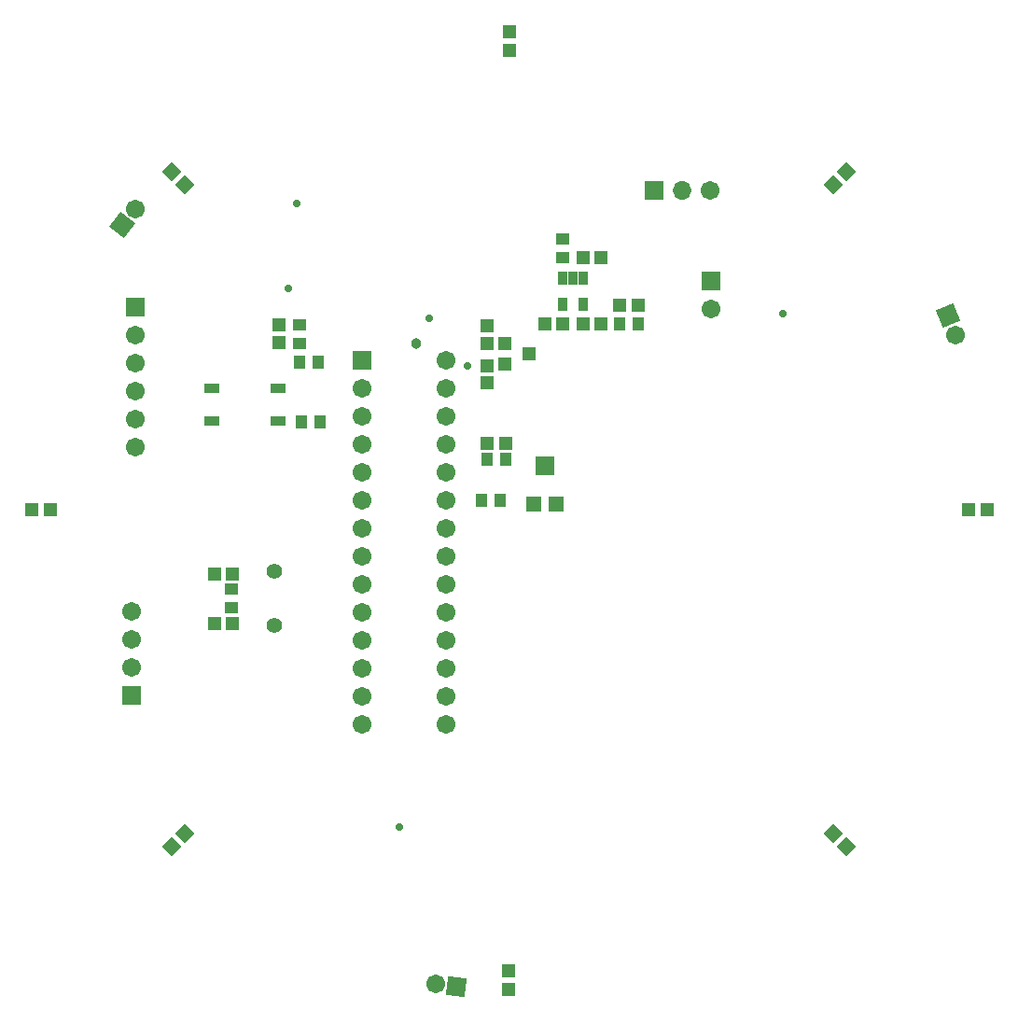
<source format=gts>
G04 Layer_Color=8388736*
%FSLAX25Y25*%
%MOIN*%
G70*
G01*
G75*
%ADD44R,0.05524X0.05524*%
%ADD45R,0.07099X0.06706*%
%ADD46R,0.04343X0.04737*%
%ADD47R,0.05524X0.03556*%
%ADD48R,0.05131X0.04737*%
%ADD49R,0.04737X0.04343*%
%ADD50R,0.04737X0.04737*%
%ADD51R,0.03359X0.05131*%
%ADD52R,0.04737X0.04737*%
G04:AMPARAMS|DCode=53|XSize=47.37mil|YSize=51.31mil|CornerRadius=0mil|HoleSize=0mil|Usage=FLASHONLY|Rotation=135.000|XOffset=0mil|YOffset=0mil|HoleType=Round|Shape=Rectangle|*
%AMROTATEDRECTD53*
4,1,4,0.03489,0.00139,-0.00139,-0.03489,-0.03489,-0.00139,0.00139,0.03489,0.03489,0.00139,0.0*
%
%ADD53ROTATEDRECTD53*%

%ADD54R,0.04737X0.05131*%
G04:AMPARAMS|DCode=55|XSize=47.37mil|YSize=51.31mil|CornerRadius=0mil|HoleSize=0mil|Usage=FLASHONLY|Rotation=225.000|XOffset=0mil|YOffset=0mil|HoleType=Round|Shape=Rectangle|*
%AMROTATEDRECTD55*
4,1,4,-0.00139,0.03489,0.03489,-0.00139,0.00139,-0.03489,-0.03489,0.00139,-0.00139,0.03489,0.0*
%
%ADD55ROTATEDRECTD55*%

%ADD56R,0.04737X0.04540*%
%ADD57P,0.09483X4X217.5*%
%ADD58C,0.06706*%
%ADD59P,0.09483X4X337.5*%
%ADD60P,0.09483X4X97.5*%
%ADD61R,0.06706X0.06706*%
%ADD62O,0.06745X0.06706*%
%ADD63R,0.06706X0.06706*%
%ADD64C,0.05524*%
%ADD65C,0.03800*%
%ADD66C,0.02769*%
D44*
X8858Y1969D02*
D03*
X16732D02*
D03*
D45*
X12795Y15551D02*
D03*
D46*
X-10039Y3150D02*
D03*
X-3347D02*
D03*
X-1181Y17717D02*
D03*
X-7874D02*
D03*
X46260Y66142D02*
D03*
X39567D02*
D03*
X-68307Y52559D02*
D03*
X-75000D02*
D03*
X-74213Y31299D02*
D03*
X-67520D02*
D03*
D47*
X-82480Y43307D02*
D03*
X-106102D02*
D03*
Y31496D02*
D03*
X-82480D02*
D03*
D48*
X-7874Y23425D02*
D03*
X-1181D02*
D03*
X39370Y73032D02*
D03*
X46063D02*
D03*
X170669Y0D02*
D03*
X163976D02*
D03*
X-170669D02*
D03*
X-163976D02*
D03*
D49*
X19094Y89961D02*
D03*
Y96653D02*
D03*
X-99213Y-28543D02*
D03*
Y-35236D02*
D03*
X-75000Y65945D02*
D03*
Y59252D02*
D03*
D50*
X-105315Y-23031D02*
D03*
X-99016D02*
D03*
X-105315Y-40748D02*
D03*
X-99016D02*
D03*
X26575Y66142D02*
D03*
X32874D02*
D03*
X32874Y89764D02*
D03*
X26575D02*
D03*
X19094Y66142D02*
D03*
X12795D02*
D03*
D51*
X26575Y73228D02*
D03*
X19094D02*
D03*
Y82677D02*
D03*
X22835D02*
D03*
X26575Y82677D02*
D03*
D52*
X-82284Y65748D02*
D03*
Y59449D02*
D03*
X-7874Y59252D02*
D03*
Y65551D02*
D03*
X-7874Y51378D02*
D03*
Y45079D02*
D03*
D53*
X120476Y120476D02*
D03*
X115744Y115744D02*
D03*
X-120476Y-120476D02*
D03*
X-115744Y-115744D02*
D03*
D54*
X0Y170669D02*
D03*
Y163976D02*
D03*
X-197Y-171457D02*
D03*
Y-164764D02*
D03*
D55*
X-120476Y120476D02*
D03*
X-115744Y115744D02*
D03*
X120476Y-120476D02*
D03*
X115744Y-115744D02*
D03*
D56*
X-1673Y59252D02*
D03*
X-1673Y51772D02*
D03*
X7185Y55512D02*
D03*
D57*
X-18853Y-170336D02*
D03*
D58*
X-26269Y-169360D02*
D03*
X159596Y62204D02*
D03*
X-133524Y107333D02*
D03*
X71772Y113779D02*
D03*
X-133661Y62047D02*
D03*
Y52047D02*
D03*
Y42047D02*
D03*
Y32047D02*
D03*
Y22047D02*
D03*
X-52402Y43189D02*
D03*
Y33189D02*
D03*
Y23189D02*
D03*
Y13189D02*
D03*
Y3189D02*
D03*
Y-6811D02*
D03*
Y-16811D02*
D03*
Y-26811D02*
D03*
Y-36811D02*
D03*
Y-46811D02*
D03*
Y-56811D02*
D03*
Y-66811D02*
D03*
Y-76811D02*
D03*
X-22402Y53189D02*
D03*
Y43189D02*
D03*
Y33189D02*
D03*
Y23189D02*
D03*
Y13189D02*
D03*
Y3189D02*
D03*
Y-6811D02*
D03*
Y-16811D02*
D03*
Y-26811D02*
D03*
Y-36811D02*
D03*
Y-46811D02*
D03*
Y-56811D02*
D03*
Y-66811D02*
D03*
Y-76811D02*
D03*
X72244Y71693D02*
D03*
X-134843Y-36535D02*
D03*
Y-46535D02*
D03*
Y-56535D02*
D03*
D59*
X156734Y69115D02*
D03*
D60*
X-138077Y101398D02*
D03*
D61*
X51772Y113779D02*
D03*
X-52402Y53189D02*
D03*
D62*
X61772Y113779D02*
D03*
D63*
X-133661Y72047D02*
D03*
X72244Y81693D02*
D03*
X-134843Y-66535D02*
D03*
D64*
X-84055Y-22284D02*
D03*
Y-41496D02*
D03*
D65*
X-33268Y59252D02*
D03*
D66*
X-14764Y51378D02*
D03*
X-197Y-171457D02*
D03*
X-120476Y-120476D02*
D03*
X-170669Y0D02*
D03*
X-120476Y120476D02*
D03*
X0Y170669D02*
D03*
X120476Y120476D02*
D03*
X170669Y0D02*
D03*
X120280Y-120280D02*
D03*
X-78740Y78937D02*
D03*
X-28543Y68307D02*
D03*
X-75984Y109252D02*
D03*
X-39370Y-113583D02*
D03*
X97835Y69882D02*
D03*
X-7874Y45079D02*
D03*
M02*

</source>
